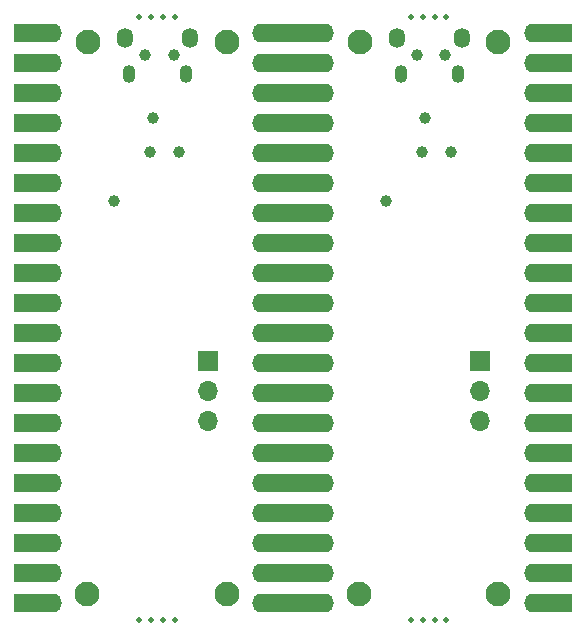
<source format=gbr>
G04 #@! TF.GenerationSoftware,KiCad,Pcbnew,7.0.7*
G04 #@! TF.CreationDate,2023-10-11T15:24:29+07:00*
G04 #@! TF.ProjectId,panel,70616e65-6c2e-46b6-9963-61645f706362,rev?*
G04 #@! TF.SameCoordinates,Original*
G04 #@! TF.FileFunction,Soldermask,Bot*
G04 #@! TF.FilePolarity,Negative*
%FSLAX46Y46*%
G04 Gerber Fmt 4.6, Leading zero omitted, Abs format (unit mm)*
G04 Created by KiCad (PCBNEW 7.0.7) date 2023-10-11 15:24:29*
%MOMM*%
%LPD*%
G01*
G04 APERTURE LIST*
%ADD10C,1.000000*%
%ADD11R,3.200000X1.600000*%
%ADD12O,1.700000X1.600000*%
%ADD13C,0.500000*%
%ADD14O,1.350000X1.700000*%
%ADD15O,1.100000X1.500000*%
%ADD16C,2.100000*%
%ADD17R,1.700000X1.700000*%
%ADD18O,1.700000X1.700000*%
G04 APERTURE END LIST*
D10*
G04 #@! TO.C,TP4*
X133400000Y-42500000D03*
G04 #@! TD*
G04 #@! TO.C,TP5*
X159400000Y-38400000D03*
G04 #@! TD*
G04 #@! TO.C,TP4*
X156400000Y-42500000D03*
G04 #@! TD*
G04 #@! TO.C,TP3*
X159700000Y-35500000D03*
G04 #@! TD*
G04 #@! TO.C,TP2*
X138400000Y-30200000D03*
G04 #@! TD*
G04 #@! TO.C,TP1*
X159000000Y-30200000D03*
G04 #@! TD*
G04 #@! TO.C,TP6*
X138900000Y-38400000D03*
G04 #@! TD*
D11*
G04 #@! TO.C,J3*
X147500000Y-28300000D03*
D12*
X145890000Y-28300000D03*
D11*
X147500000Y-30840000D03*
D12*
X145890000Y-30840000D03*
D11*
X147500000Y-33380000D03*
D12*
X145890000Y-33380000D03*
D11*
X147500000Y-35920000D03*
D12*
X145890000Y-35920000D03*
D11*
X147500000Y-38460000D03*
D12*
X145890000Y-38460000D03*
D11*
X147500000Y-41000000D03*
D12*
X145890000Y-41000000D03*
D11*
X147500000Y-43540000D03*
D12*
X145890000Y-43540000D03*
D11*
X147500000Y-46080000D03*
D12*
X145890000Y-46080000D03*
D11*
X147500000Y-48620000D03*
D12*
X145890000Y-48620000D03*
D11*
X147500000Y-51160000D03*
D12*
X145890000Y-51160000D03*
D11*
X147500000Y-53700000D03*
D12*
X145890000Y-53700000D03*
D11*
X147500000Y-56240000D03*
D12*
X145890000Y-56240000D03*
D11*
X147500000Y-58780000D03*
D12*
X145890000Y-58780000D03*
D11*
X147500000Y-61320000D03*
D12*
X145890000Y-61320000D03*
D11*
X147500000Y-63860000D03*
D12*
X145890000Y-63860000D03*
D11*
X147500000Y-66400000D03*
D12*
X145890000Y-66400000D03*
D11*
X147500000Y-68940000D03*
D12*
X145890000Y-68940000D03*
D11*
X147500000Y-71480000D03*
D12*
X145890000Y-71480000D03*
D11*
X147500000Y-74020000D03*
D12*
X145890000Y-74020000D03*
D11*
X147500000Y-76560000D03*
D12*
X145890000Y-76560000D03*
G04 #@! TD*
D10*
G04 #@! TO.C,TP3*
X136700000Y-35500000D03*
G04 #@! TD*
G04 #@! TO.C,TP6*
X161900000Y-38400000D03*
G04 #@! TD*
G04 #@! TO.C,TP2*
X161400000Y-30200000D03*
G04 #@! TD*
D11*
G04 #@! TO.C,J3*
X170500000Y-28300000D03*
D12*
X168890000Y-28300000D03*
D11*
X170500000Y-30840000D03*
D12*
X168890000Y-30840000D03*
D11*
X170500000Y-33380000D03*
D12*
X168890000Y-33380000D03*
D11*
X170500000Y-35920000D03*
D12*
X168890000Y-35920000D03*
D11*
X170500000Y-38460000D03*
D12*
X168890000Y-38460000D03*
D11*
X170500000Y-41000000D03*
D12*
X168890000Y-41000000D03*
D11*
X170500000Y-43540000D03*
D12*
X168890000Y-43540000D03*
D11*
X170500000Y-46080000D03*
D12*
X168890000Y-46080000D03*
D11*
X170500000Y-48620000D03*
D12*
X168890000Y-48620000D03*
D11*
X170500000Y-51160000D03*
D12*
X168890000Y-51160000D03*
D11*
X170500000Y-53700000D03*
D12*
X168890000Y-53700000D03*
D11*
X170500000Y-56240000D03*
D12*
X168890000Y-56240000D03*
D11*
X170500000Y-58780000D03*
D12*
X168890000Y-58780000D03*
D11*
X170500000Y-61320000D03*
D12*
X168890000Y-61320000D03*
D11*
X170500000Y-63860000D03*
D12*
X168890000Y-63860000D03*
D11*
X170500000Y-66400000D03*
D12*
X168890000Y-66400000D03*
D11*
X170500000Y-68940000D03*
D12*
X168890000Y-68940000D03*
D11*
X170500000Y-71480000D03*
D12*
X168890000Y-71480000D03*
D11*
X170500000Y-74020000D03*
D12*
X168890000Y-74020000D03*
D11*
X170500000Y-76560000D03*
D12*
X168890000Y-76560000D03*
G04 #@! TD*
D10*
G04 #@! TO.C,TP1*
X136000000Y-30200000D03*
G04 #@! TD*
G04 #@! TO.C,TP5*
X136400000Y-38400000D03*
G04 #@! TD*
D13*
G04 #@! TO.C,KiKit_MB_11_4*
X161500000Y-27000000D03*
G04 #@! TD*
G04 #@! TO.C,KiKit_MB_6_3*
X136500000Y-78000000D03*
G04 #@! TD*
G04 #@! TO.C,KiKit_MB_12_2*
X160500000Y-78000000D03*
G04 #@! TD*
G04 #@! TO.C,KiKit_MB_7_1*
X149500000Y-38700000D03*
G04 #@! TD*
G04 #@! TO.C,KiKit_MB_6_4*
X135500000Y-78000000D03*
G04 #@! TD*
G04 #@! TO.C,KiKit_MB_6_1*
X138500000Y-78000000D03*
G04 #@! TD*
D14*
G04 #@! TO.C,J1*
X162790000Y-28770000D03*
D15*
X162480000Y-31770000D03*
X157640000Y-31770000D03*
D14*
X157330000Y-28770000D03*
G04 #@! TD*
D13*
G04 #@! TO.C,KiKit_MB_4_4*
X147500000Y-69300000D03*
G04 #@! TD*
G04 #@! TO.C,KiKit_MB_3_1*
X147500000Y-56100000D03*
G04 #@! TD*
G04 #@! TO.C,KiKit_MB_10_4*
X149500000Y-66300000D03*
G04 #@! TD*
G04 #@! TO.C,KiKit_MB_5_3*
X137500000Y-27000000D03*
G04 #@! TD*
D16*
G04 #@! TO.C,REF\u002A\u002A*
X142900000Y-29100000D03*
G04 #@! TD*
D13*
G04 #@! TO.C,KiKit_MB_3_4*
X147500000Y-59100000D03*
G04 #@! TD*
G04 #@! TO.C,KiKit_MB_11_3*
X160500000Y-27000000D03*
G04 #@! TD*
G04 #@! TO.C,KiKit_MB_2_4*
X147500000Y-48900000D03*
G04 #@! TD*
D16*
G04 #@! TO.C,REF\u002A\u002A*
X131200000Y-29100000D03*
G04 #@! TD*
D11*
G04 #@! TO.C,J2*
X149490000Y-28300000D03*
D12*
X151100000Y-28300000D03*
D11*
X149490000Y-30840000D03*
D12*
X151100000Y-30840000D03*
D11*
X149490000Y-33380000D03*
D12*
X151100000Y-33380000D03*
D11*
X149490000Y-35920000D03*
D12*
X151100000Y-35920000D03*
D11*
X149490000Y-38460000D03*
D12*
X151100000Y-38460000D03*
D11*
X149490000Y-41000000D03*
D12*
X151100000Y-41000000D03*
D11*
X149490000Y-43540000D03*
D12*
X151100000Y-43540000D03*
D11*
X149490000Y-46080000D03*
D12*
X151100000Y-46080000D03*
D11*
X149490000Y-48620000D03*
D12*
X151100000Y-48620000D03*
D11*
X149490000Y-51160000D03*
D12*
X151100000Y-51160000D03*
D11*
X149490000Y-53700000D03*
D12*
X151100000Y-53700000D03*
D11*
X149490000Y-56240000D03*
D12*
X151100000Y-56240000D03*
D11*
X149490000Y-58780000D03*
D12*
X151100000Y-58780000D03*
D11*
X149490000Y-61320000D03*
D12*
X151100000Y-61320000D03*
D11*
X149490000Y-63860000D03*
D12*
X151100000Y-63860000D03*
D11*
X149490000Y-66400000D03*
D12*
X151100000Y-66400000D03*
D11*
X149490000Y-68940000D03*
D12*
X151100000Y-68940000D03*
D11*
X149490000Y-71480000D03*
D12*
X151100000Y-71480000D03*
D11*
X149490000Y-74020000D03*
D12*
X151100000Y-74020000D03*
D11*
X149490000Y-76560000D03*
D12*
X151100000Y-76560000D03*
G04 #@! TD*
D16*
G04 #@! TO.C,REF\u002A\u002A*
X165900000Y-29100000D03*
G04 #@! TD*
D13*
G04 #@! TO.C,KiKit_MB_11_1*
X158500000Y-27000000D03*
G04 #@! TD*
D11*
G04 #@! TO.C,J2*
X126490000Y-28300000D03*
D12*
X128100000Y-28300000D03*
D11*
X126490000Y-30840000D03*
D12*
X128100000Y-30840000D03*
D11*
X126490000Y-33380000D03*
D12*
X128100000Y-33380000D03*
D11*
X126490000Y-35920000D03*
D12*
X128100000Y-35920000D03*
D11*
X126490000Y-38460000D03*
D12*
X128100000Y-38460000D03*
D11*
X126490000Y-41000000D03*
D12*
X128100000Y-41000000D03*
D11*
X126490000Y-43540000D03*
D12*
X128100000Y-43540000D03*
D11*
X126490000Y-46080000D03*
D12*
X128100000Y-46080000D03*
D11*
X126490000Y-48620000D03*
D12*
X128100000Y-48620000D03*
D11*
X126490000Y-51160000D03*
D12*
X128100000Y-51160000D03*
D11*
X126490000Y-53700000D03*
D12*
X128100000Y-53700000D03*
D11*
X126490000Y-56240000D03*
D12*
X128100000Y-56240000D03*
D11*
X126490000Y-58780000D03*
D12*
X128100000Y-58780000D03*
D11*
X126490000Y-61320000D03*
D12*
X128100000Y-61320000D03*
D11*
X126490000Y-63860000D03*
D12*
X128100000Y-63860000D03*
D11*
X126490000Y-66400000D03*
D12*
X128100000Y-66400000D03*
D11*
X126490000Y-68940000D03*
D12*
X128100000Y-68940000D03*
D11*
X126490000Y-71480000D03*
D12*
X128100000Y-71480000D03*
D11*
X126490000Y-74020000D03*
D12*
X128100000Y-74020000D03*
D11*
X126490000Y-76560000D03*
D12*
X128100000Y-76560000D03*
G04 #@! TD*
D13*
G04 #@! TO.C,KiKit_MB_10_1*
X149500000Y-69300000D03*
G04 #@! TD*
D16*
G04 #@! TO.C,REF\u002A\u002A*
X142900000Y-75800000D03*
G04 #@! TD*
D13*
G04 #@! TO.C,KiKit_MB_12_4*
X158500000Y-78000000D03*
G04 #@! TD*
G04 #@! TO.C,KiKit_MB_5_1*
X135500000Y-27000000D03*
G04 #@! TD*
G04 #@! TO.C,KiKit_MB_5_2*
X136500000Y-27000000D03*
G04 #@! TD*
D16*
G04 #@! TO.C,REF\u002A\u002A*
X154200000Y-29100000D03*
G04 #@! TD*
D13*
G04 #@! TO.C,KiKit_MB_8_1*
X149500000Y-48900000D03*
G04 #@! TD*
D16*
G04 #@! TO.C,REF\u002A\u002A*
X154100000Y-75800000D03*
G04 #@! TD*
G04 #@! TO.C,REF\u002A\u002A*
X131100000Y-75800000D03*
G04 #@! TD*
D13*
G04 #@! TO.C,KiKit_MB_6_2*
X137500000Y-78000000D03*
G04 #@! TD*
G04 #@! TO.C,KiKit_MB_1_1*
X147500000Y-35700000D03*
G04 #@! TD*
G04 #@! TO.C,KiKit_MB_8_4*
X149500000Y-45900000D03*
G04 #@! TD*
G04 #@! TO.C,KiKit_MB_12_1*
X161500000Y-78000000D03*
G04 #@! TD*
D14*
G04 #@! TO.C,J1*
X139790000Y-28770000D03*
D15*
X139480000Y-31770000D03*
X134640000Y-31770000D03*
D14*
X134330000Y-28770000D03*
G04 #@! TD*
D13*
G04 #@! TO.C,KiKit_MB_4_1*
X147500000Y-66300000D03*
G04 #@! TD*
G04 #@! TO.C,KiKit_MB_11_2*
X159500000Y-27000000D03*
G04 #@! TD*
D17*
G04 #@! TO.C,J4*
X141310000Y-56090000D03*
D18*
X141310000Y-58630000D03*
X141310000Y-61170000D03*
G04 #@! TD*
D13*
G04 #@! TO.C,KiKit_MB_5_4*
X138500000Y-27000000D03*
G04 #@! TD*
D17*
G04 #@! TO.C,J4*
X164310000Y-56090000D03*
D18*
X164310000Y-58630000D03*
X164310000Y-61170000D03*
G04 #@! TD*
D13*
G04 #@! TO.C,KiKit_MB_7_4*
X149500000Y-35700000D03*
G04 #@! TD*
G04 #@! TO.C,KiKit_MB_1_4*
X147500000Y-38700000D03*
G04 #@! TD*
G04 #@! TO.C,KiKit_MB_9_1*
X149500000Y-59100000D03*
G04 #@! TD*
G04 #@! TO.C,KiKit_MB_12_3*
X159500000Y-78000000D03*
G04 #@! TD*
G04 #@! TO.C,KiKit_MB_2_1*
X147500000Y-45900000D03*
G04 #@! TD*
G04 #@! TO.C,KiKit_MB_9_4*
X149500000Y-56100000D03*
G04 #@! TD*
D16*
G04 #@! TO.C,REF\u002A\u002A*
X165900000Y-75800000D03*
G04 #@! TD*
M02*

</source>
